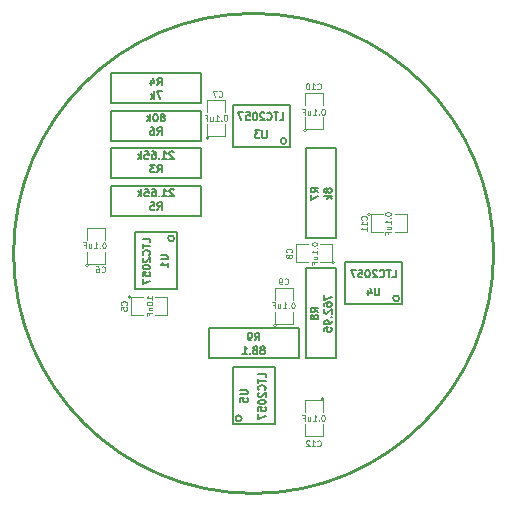
<source format=gbo>
G04 (created by PCBNEW (2013-07-07 BZR 4022)-stable) date 6/29/2014 1:08:28 PM*
%MOIN*%
G04 Gerber Fmt 3.4, Leading zero omitted, Abs format*
%FSLAX34Y34*%
G01*
G70*
G90*
G04 APERTURE LIST*
%ADD10C,0.00590551*%
%ADD11C,0.01*%
%ADD12C,0.0039*%
%ADD13C,0.0043*%
%ADD14C,0.004*%
%ADD15C,0.005*%
G04 APERTURE END LIST*
G54D10*
G54D11*
X89750Y-62000D02*
G75*
G03X89750Y-62000I-8000J0D01*
G74*
G01*
G54D12*
X76250Y-62400D02*
G75*
G03X76250Y-62400I-50J0D01*
G74*
G01*
X76200Y-61950D02*
X76200Y-62350D01*
X76200Y-62350D02*
X76800Y-62350D01*
X76800Y-62350D02*
X76800Y-61950D01*
X76800Y-61550D02*
X76800Y-61150D01*
X76800Y-61150D02*
X76200Y-61150D01*
X76200Y-61150D02*
X76200Y-61550D01*
X84100Y-66850D02*
G75*
G03X84100Y-66850I-50J0D01*
G74*
G01*
X84050Y-67300D02*
X84050Y-66900D01*
X84050Y-66900D02*
X83450Y-66900D01*
X83450Y-66900D02*
X83450Y-67300D01*
X83450Y-67700D02*
X83450Y-68100D01*
X83450Y-68100D02*
X84050Y-68100D01*
X84050Y-68100D02*
X84050Y-67700D01*
X85650Y-60700D02*
G75*
G03X85650Y-60700I-50J0D01*
G74*
G01*
X86050Y-60700D02*
X85650Y-60700D01*
X85650Y-60700D02*
X85650Y-61300D01*
X85650Y-61300D02*
X86050Y-61300D01*
X86450Y-61300D02*
X86850Y-61300D01*
X86850Y-61300D02*
X86850Y-60700D01*
X86850Y-60700D02*
X86450Y-60700D01*
X83500Y-57900D02*
G75*
G03X83500Y-57900I-50J0D01*
G74*
G01*
X83450Y-57450D02*
X83450Y-57850D01*
X83450Y-57850D02*
X84050Y-57850D01*
X84050Y-57850D02*
X84050Y-57450D01*
X84050Y-57050D02*
X84050Y-56650D01*
X84050Y-56650D02*
X83450Y-56650D01*
X83450Y-56650D02*
X83450Y-57050D01*
X82500Y-64400D02*
G75*
G03X82500Y-64400I-50J0D01*
G74*
G01*
X82450Y-63950D02*
X82450Y-64350D01*
X82450Y-64350D02*
X83050Y-64350D01*
X83050Y-64350D02*
X83050Y-63950D01*
X83050Y-63550D02*
X83050Y-63150D01*
X83050Y-63150D02*
X82450Y-63150D01*
X82450Y-63150D02*
X82450Y-63550D01*
X84450Y-62300D02*
G75*
G03X84450Y-62300I-50J0D01*
G74*
G01*
X83950Y-62300D02*
X84350Y-62300D01*
X84350Y-62300D02*
X84350Y-61700D01*
X84350Y-61700D02*
X83950Y-61700D01*
X83550Y-61700D02*
X83150Y-61700D01*
X83150Y-61700D02*
X83150Y-62300D01*
X83150Y-62300D02*
X83550Y-62300D01*
X80250Y-58150D02*
G75*
G03X80250Y-58150I-50J0D01*
G74*
G01*
X80200Y-57700D02*
X80200Y-58100D01*
X80200Y-58100D02*
X80800Y-58100D01*
X80800Y-58100D02*
X80800Y-57700D01*
X80800Y-57300D02*
X80800Y-56900D01*
X80800Y-56900D02*
X80200Y-56900D01*
X80200Y-56900D02*
X80200Y-57300D01*
X77650Y-63450D02*
G75*
G03X77650Y-63450I-50J0D01*
G74*
G01*
X78050Y-63450D02*
X77650Y-63450D01*
X77650Y-63450D02*
X77650Y-64050D01*
X77650Y-64050D02*
X78050Y-64050D01*
X78450Y-64050D02*
X78850Y-64050D01*
X78850Y-64050D02*
X78850Y-63450D01*
X78850Y-63450D02*
X78450Y-63450D01*
G54D10*
X83250Y-64500D02*
X80250Y-64500D01*
X80250Y-64500D02*
X80250Y-65500D01*
X80250Y-65500D02*
X83250Y-65500D01*
X83250Y-65500D02*
X83250Y-64500D01*
X83500Y-62500D02*
X83500Y-65500D01*
X83500Y-65500D02*
X84500Y-65500D01*
X84500Y-65500D02*
X84500Y-62500D01*
X84500Y-62500D02*
X83500Y-62500D01*
X83500Y-58500D02*
X83500Y-61500D01*
X83500Y-61500D02*
X84500Y-61500D01*
X84500Y-61500D02*
X84500Y-58500D01*
X84500Y-58500D02*
X83500Y-58500D01*
X77000Y-58250D02*
X80000Y-58250D01*
X80000Y-58250D02*
X80000Y-57250D01*
X80000Y-57250D02*
X77000Y-57250D01*
X77000Y-57250D02*
X77000Y-58250D01*
X77000Y-60750D02*
X80000Y-60750D01*
X80000Y-60750D02*
X80000Y-59750D01*
X80000Y-59750D02*
X77000Y-59750D01*
X77000Y-59750D02*
X77000Y-60750D01*
X80000Y-56000D02*
X77000Y-56000D01*
X77000Y-56000D02*
X77000Y-57000D01*
X77000Y-57000D02*
X80000Y-57000D01*
X80000Y-57000D02*
X80000Y-56000D01*
X77000Y-59500D02*
X80000Y-59500D01*
X80000Y-59500D02*
X80000Y-58500D01*
X80000Y-58500D02*
X77000Y-58500D01*
X77000Y-58500D02*
X77000Y-59500D01*
X81350Y-67500D02*
G75*
G03X81350Y-67500I-100J0D01*
G74*
G01*
X82450Y-65800D02*
X81050Y-65800D01*
X82450Y-67700D02*
X81050Y-67700D01*
X81050Y-67700D02*
X81050Y-65800D01*
X82450Y-67700D02*
X82450Y-65800D01*
X86600Y-63500D02*
G75*
G03X86600Y-63500I-100J0D01*
G74*
G01*
X84800Y-62300D02*
X84800Y-63700D01*
X86700Y-62300D02*
X86700Y-63700D01*
X86700Y-63700D02*
X84800Y-63700D01*
X86700Y-62300D02*
X84800Y-62300D01*
X82850Y-58250D02*
G75*
G03X82850Y-58250I-100J0D01*
G74*
G01*
X81050Y-57050D02*
X81050Y-58450D01*
X82950Y-57050D02*
X82950Y-58450D01*
X82950Y-58450D02*
X81050Y-58450D01*
X82950Y-57050D02*
X81050Y-57050D01*
X79100Y-61500D02*
G75*
G03X79100Y-61500I-100J0D01*
G74*
G01*
X77800Y-63200D02*
X79200Y-63200D01*
X77800Y-61300D02*
X79200Y-61300D01*
X79200Y-61300D02*
X79200Y-63200D01*
X77800Y-61300D02*
X77800Y-63200D01*
G54D13*
X76682Y-62610D02*
X76692Y-62620D01*
X76720Y-62629D01*
X76739Y-62629D01*
X76767Y-62620D01*
X76786Y-62601D01*
X76795Y-62582D01*
X76804Y-62545D01*
X76804Y-62517D01*
X76795Y-62479D01*
X76786Y-62460D01*
X76767Y-62442D01*
X76739Y-62432D01*
X76720Y-62432D01*
X76692Y-62442D01*
X76682Y-62451D01*
X76513Y-62432D02*
X76551Y-62432D01*
X76570Y-62442D01*
X76579Y-62451D01*
X76598Y-62479D01*
X76607Y-62517D01*
X76607Y-62592D01*
X76598Y-62610D01*
X76589Y-62620D01*
X76570Y-62629D01*
X76532Y-62629D01*
X76513Y-62620D01*
X76504Y-62610D01*
X76495Y-62592D01*
X76495Y-62545D01*
X76504Y-62526D01*
X76513Y-62517D01*
X76532Y-62507D01*
X76570Y-62507D01*
X76589Y-62517D01*
X76598Y-62526D01*
X76607Y-62545D01*
X76773Y-61632D02*
X76754Y-61632D01*
X76736Y-61642D01*
X76726Y-61651D01*
X76717Y-61670D01*
X76707Y-61707D01*
X76707Y-61754D01*
X76717Y-61792D01*
X76726Y-61810D01*
X76736Y-61820D01*
X76754Y-61829D01*
X76773Y-61829D01*
X76792Y-61820D01*
X76801Y-61810D01*
X76811Y-61792D01*
X76820Y-61754D01*
X76820Y-61707D01*
X76811Y-61670D01*
X76801Y-61651D01*
X76792Y-61642D01*
X76773Y-61632D01*
X76623Y-61810D02*
X76614Y-61820D01*
X76623Y-61829D01*
X76632Y-61820D01*
X76623Y-61810D01*
X76623Y-61829D01*
X76426Y-61829D02*
X76539Y-61829D01*
X76482Y-61829D02*
X76482Y-61632D01*
X76501Y-61660D01*
X76520Y-61679D01*
X76539Y-61689D01*
X76257Y-61698D02*
X76257Y-61829D01*
X76342Y-61698D02*
X76342Y-61801D01*
X76332Y-61820D01*
X76313Y-61829D01*
X76285Y-61829D01*
X76267Y-61820D01*
X76257Y-61810D01*
X76098Y-61726D02*
X76163Y-61726D01*
X76163Y-61829D02*
X76163Y-61632D01*
X76070Y-61632D01*
X83876Y-68410D02*
X83886Y-68420D01*
X83914Y-68429D01*
X83932Y-68429D01*
X83961Y-68420D01*
X83979Y-68401D01*
X83989Y-68382D01*
X83998Y-68345D01*
X83998Y-68317D01*
X83989Y-68279D01*
X83979Y-68260D01*
X83961Y-68242D01*
X83932Y-68232D01*
X83914Y-68232D01*
X83886Y-68242D01*
X83876Y-68251D01*
X83689Y-68429D02*
X83801Y-68429D01*
X83745Y-68429D02*
X83745Y-68232D01*
X83764Y-68260D01*
X83782Y-68279D01*
X83801Y-68289D01*
X83613Y-68251D02*
X83604Y-68242D01*
X83585Y-68232D01*
X83538Y-68232D01*
X83520Y-68242D01*
X83510Y-68251D01*
X83501Y-68270D01*
X83501Y-68289D01*
X83510Y-68317D01*
X83623Y-68429D01*
X83501Y-68429D01*
X84073Y-67382D02*
X84054Y-67382D01*
X84036Y-67392D01*
X84026Y-67401D01*
X84017Y-67420D01*
X84007Y-67457D01*
X84007Y-67504D01*
X84017Y-67542D01*
X84026Y-67560D01*
X84036Y-67570D01*
X84054Y-67579D01*
X84073Y-67579D01*
X84092Y-67570D01*
X84101Y-67560D01*
X84111Y-67542D01*
X84120Y-67504D01*
X84120Y-67457D01*
X84111Y-67420D01*
X84101Y-67401D01*
X84092Y-67392D01*
X84073Y-67382D01*
X83923Y-67560D02*
X83914Y-67570D01*
X83923Y-67579D01*
X83932Y-67570D01*
X83923Y-67560D01*
X83923Y-67579D01*
X83726Y-67579D02*
X83839Y-67579D01*
X83782Y-67579D02*
X83782Y-67382D01*
X83801Y-67410D01*
X83820Y-67429D01*
X83839Y-67439D01*
X83557Y-67448D02*
X83557Y-67579D01*
X83642Y-67448D02*
X83642Y-67551D01*
X83632Y-67570D01*
X83613Y-67579D01*
X83585Y-67579D01*
X83567Y-67570D01*
X83557Y-67560D01*
X83398Y-67476D02*
X83463Y-67476D01*
X83463Y-67579D02*
X83463Y-67382D01*
X83370Y-67382D01*
X85510Y-60873D02*
X85520Y-60863D01*
X85529Y-60835D01*
X85529Y-60817D01*
X85520Y-60788D01*
X85501Y-60770D01*
X85482Y-60760D01*
X85445Y-60751D01*
X85417Y-60751D01*
X85379Y-60760D01*
X85360Y-60770D01*
X85342Y-60788D01*
X85332Y-60817D01*
X85332Y-60835D01*
X85342Y-60863D01*
X85351Y-60873D01*
X85529Y-61060D02*
X85529Y-60948D01*
X85529Y-61004D02*
X85332Y-61004D01*
X85360Y-60985D01*
X85379Y-60967D01*
X85389Y-60948D01*
X85529Y-61248D02*
X85529Y-61136D01*
X85529Y-61192D02*
X85332Y-61192D01*
X85360Y-61173D01*
X85379Y-61154D01*
X85389Y-61136D01*
X86132Y-60676D02*
X86132Y-60695D01*
X86142Y-60713D01*
X86151Y-60723D01*
X86170Y-60732D01*
X86207Y-60742D01*
X86254Y-60742D01*
X86292Y-60732D01*
X86310Y-60723D01*
X86320Y-60713D01*
X86329Y-60695D01*
X86329Y-60676D01*
X86320Y-60657D01*
X86310Y-60648D01*
X86292Y-60638D01*
X86254Y-60629D01*
X86207Y-60629D01*
X86170Y-60638D01*
X86151Y-60648D01*
X86142Y-60657D01*
X86132Y-60676D01*
X86310Y-60826D02*
X86320Y-60835D01*
X86329Y-60826D01*
X86320Y-60817D01*
X86310Y-60826D01*
X86329Y-60826D01*
X86329Y-61023D02*
X86329Y-60910D01*
X86329Y-60967D02*
X86132Y-60967D01*
X86160Y-60948D01*
X86179Y-60929D01*
X86189Y-60910D01*
X86198Y-61192D02*
X86329Y-61192D01*
X86198Y-61107D02*
X86301Y-61107D01*
X86320Y-61117D01*
X86329Y-61136D01*
X86329Y-61164D01*
X86320Y-61182D01*
X86310Y-61192D01*
X86226Y-61351D02*
X86226Y-61286D01*
X86329Y-61286D02*
X86132Y-61286D01*
X86132Y-61379D01*
G54D14*
X83878Y-56511D02*
X83888Y-56521D01*
X83916Y-56530D01*
X83935Y-56530D01*
X83964Y-56521D01*
X83983Y-56502D01*
X83992Y-56483D01*
X84002Y-56445D01*
X84002Y-56416D01*
X83992Y-56378D01*
X83983Y-56359D01*
X83964Y-56340D01*
X83935Y-56330D01*
X83916Y-56330D01*
X83888Y-56340D01*
X83878Y-56350D01*
X83688Y-56530D02*
X83802Y-56530D01*
X83745Y-56530D02*
X83745Y-56330D01*
X83764Y-56359D01*
X83783Y-56378D01*
X83802Y-56388D01*
X83564Y-56330D02*
X83545Y-56330D01*
X83526Y-56340D01*
X83516Y-56350D01*
X83507Y-56369D01*
X83497Y-56407D01*
X83497Y-56454D01*
X83507Y-56492D01*
X83516Y-56511D01*
X83526Y-56521D01*
X83545Y-56530D01*
X83564Y-56530D01*
X83583Y-56521D01*
X83592Y-56511D01*
X83602Y-56492D01*
X83611Y-56454D01*
X83611Y-56407D01*
X83602Y-56369D01*
X83592Y-56350D01*
X83583Y-56340D01*
X83564Y-56330D01*
X84078Y-57180D02*
X84059Y-57180D01*
X84040Y-57190D01*
X84030Y-57200D01*
X84021Y-57219D01*
X84011Y-57257D01*
X84011Y-57304D01*
X84021Y-57342D01*
X84030Y-57361D01*
X84040Y-57371D01*
X84059Y-57380D01*
X84078Y-57380D01*
X84097Y-57371D01*
X84107Y-57361D01*
X84116Y-57342D01*
X84126Y-57304D01*
X84126Y-57257D01*
X84116Y-57219D01*
X84107Y-57200D01*
X84097Y-57190D01*
X84078Y-57180D01*
X83926Y-57361D02*
X83916Y-57371D01*
X83926Y-57380D01*
X83935Y-57371D01*
X83926Y-57361D01*
X83926Y-57380D01*
X83726Y-57380D02*
X83840Y-57380D01*
X83783Y-57380D02*
X83783Y-57180D01*
X83802Y-57209D01*
X83821Y-57228D01*
X83840Y-57238D01*
X83554Y-57247D02*
X83554Y-57380D01*
X83640Y-57247D02*
X83640Y-57352D01*
X83630Y-57371D01*
X83611Y-57380D01*
X83583Y-57380D01*
X83564Y-57371D01*
X83554Y-57361D01*
X83392Y-57276D02*
X83459Y-57276D01*
X83459Y-57380D02*
X83459Y-57180D01*
X83364Y-57180D01*
G54D13*
X82782Y-63010D02*
X82792Y-63020D01*
X82820Y-63029D01*
X82839Y-63029D01*
X82867Y-63020D01*
X82886Y-63001D01*
X82895Y-62982D01*
X82904Y-62945D01*
X82904Y-62917D01*
X82895Y-62879D01*
X82886Y-62860D01*
X82867Y-62842D01*
X82839Y-62832D01*
X82820Y-62832D01*
X82792Y-62842D01*
X82782Y-62851D01*
X82689Y-63029D02*
X82651Y-63029D01*
X82632Y-63020D01*
X82623Y-63010D01*
X82604Y-62982D01*
X82595Y-62945D01*
X82595Y-62870D01*
X82604Y-62851D01*
X82613Y-62842D01*
X82632Y-62832D01*
X82670Y-62832D01*
X82689Y-62842D01*
X82698Y-62851D01*
X82707Y-62870D01*
X82707Y-62917D01*
X82698Y-62935D01*
X82689Y-62945D01*
X82670Y-62954D01*
X82632Y-62954D01*
X82613Y-62945D01*
X82604Y-62935D01*
X82595Y-62917D01*
X83073Y-63632D02*
X83054Y-63632D01*
X83036Y-63642D01*
X83026Y-63651D01*
X83017Y-63670D01*
X83007Y-63707D01*
X83007Y-63754D01*
X83017Y-63792D01*
X83026Y-63810D01*
X83036Y-63820D01*
X83054Y-63829D01*
X83073Y-63829D01*
X83092Y-63820D01*
X83101Y-63810D01*
X83111Y-63792D01*
X83120Y-63754D01*
X83120Y-63707D01*
X83111Y-63670D01*
X83101Y-63651D01*
X83092Y-63642D01*
X83073Y-63632D01*
X82923Y-63810D02*
X82914Y-63820D01*
X82923Y-63829D01*
X82932Y-63820D01*
X82923Y-63810D01*
X82923Y-63829D01*
X82726Y-63829D02*
X82839Y-63829D01*
X82782Y-63829D02*
X82782Y-63632D01*
X82801Y-63660D01*
X82820Y-63679D01*
X82839Y-63689D01*
X82557Y-63698D02*
X82557Y-63829D01*
X82642Y-63698D02*
X82642Y-63801D01*
X82632Y-63820D01*
X82613Y-63829D01*
X82585Y-63829D01*
X82567Y-63820D01*
X82557Y-63810D01*
X82398Y-63726D02*
X82463Y-63726D01*
X82463Y-63829D02*
X82463Y-63632D01*
X82370Y-63632D01*
X83010Y-61967D02*
X83020Y-61957D01*
X83029Y-61929D01*
X83029Y-61910D01*
X83020Y-61882D01*
X83001Y-61863D01*
X82982Y-61854D01*
X82945Y-61845D01*
X82917Y-61845D01*
X82879Y-61854D01*
X82860Y-61863D01*
X82842Y-61882D01*
X82832Y-61910D01*
X82832Y-61929D01*
X82842Y-61957D01*
X82851Y-61967D01*
X82917Y-62079D02*
X82907Y-62060D01*
X82898Y-62051D01*
X82879Y-62042D01*
X82870Y-62042D01*
X82851Y-62051D01*
X82842Y-62060D01*
X82832Y-62079D01*
X82832Y-62117D01*
X82842Y-62136D01*
X82851Y-62145D01*
X82870Y-62154D01*
X82879Y-62154D01*
X82898Y-62145D01*
X82907Y-62136D01*
X82917Y-62117D01*
X82917Y-62079D01*
X82926Y-62060D01*
X82935Y-62051D01*
X82954Y-62042D01*
X82992Y-62042D01*
X83010Y-62051D01*
X83020Y-62060D01*
X83029Y-62079D01*
X83029Y-62117D01*
X83020Y-62136D01*
X83010Y-62145D01*
X82992Y-62154D01*
X82954Y-62154D01*
X82935Y-62145D01*
X82926Y-62136D01*
X82917Y-62117D01*
X83682Y-61676D02*
X83682Y-61695D01*
X83692Y-61713D01*
X83701Y-61723D01*
X83720Y-61732D01*
X83757Y-61742D01*
X83804Y-61742D01*
X83842Y-61732D01*
X83860Y-61723D01*
X83870Y-61713D01*
X83879Y-61695D01*
X83879Y-61676D01*
X83870Y-61657D01*
X83860Y-61648D01*
X83842Y-61638D01*
X83804Y-61629D01*
X83757Y-61629D01*
X83720Y-61638D01*
X83701Y-61648D01*
X83692Y-61657D01*
X83682Y-61676D01*
X83860Y-61826D02*
X83870Y-61835D01*
X83879Y-61826D01*
X83870Y-61817D01*
X83860Y-61826D01*
X83879Y-61826D01*
X83879Y-62023D02*
X83879Y-61910D01*
X83879Y-61967D02*
X83682Y-61967D01*
X83710Y-61948D01*
X83729Y-61929D01*
X83739Y-61910D01*
X83748Y-62192D02*
X83879Y-62192D01*
X83748Y-62107D02*
X83851Y-62107D01*
X83870Y-62117D01*
X83879Y-62136D01*
X83879Y-62164D01*
X83870Y-62182D01*
X83860Y-62192D01*
X83776Y-62351D02*
X83776Y-62286D01*
X83879Y-62286D02*
X83682Y-62286D01*
X83682Y-62379D01*
X80582Y-56760D02*
X80592Y-56770D01*
X80620Y-56779D01*
X80639Y-56779D01*
X80667Y-56770D01*
X80686Y-56751D01*
X80695Y-56732D01*
X80704Y-56695D01*
X80704Y-56667D01*
X80695Y-56629D01*
X80686Y-56610D01*
X80667Y-56592D01*
X80639Y-56582D01*
X80620Y-56582D01*
X80592Y-56592D01*
X80582Y-56601D01*
X80517Y-56582D02*
X80385Y-56582D01*
X80470Y-56779D01*
X80823Y-57382D02*
X80804Y-57382D01*
X80786Y-57392D01*
X80776Y-57401D01*
X80767Y-57420D01*
X80757Y-57457D01*
X80757Y-57504D01*
X80767Y-57542D01*
X80776Y-57560D01*
X80786Y-57570D01*
X80804Y-57579D01*
X80823Y-57579D01*
X80842Y-57570D01*
X80851Y-57560D01*
X80861Y-57542D01*
X80870Y-57504D01*
X80870Y-57457D01*
X80861Y-57420D01*
X80851Y-57401D01*
X80842Y-57392D01*
X80823Y-57382D01*
X80673Y-57560D02*
X80664Y-57570D01*
X80673Y-57579D01*
X80682Y-57570D01*
X80673Y-57560D01*
X80673Y-57579D01*
X80476Y-57579D02*
X80589Y-57579D01*
X80532Y-57579D02*
X80532Y-57382D01*
X80551Y-57410D01*
X80570Y-57429D01*
X80589Y-57439D01*
X80307Y-57448D02*
X80307Y-57579D01*
X80392Y-57448D02*
X80392Y-57551D01*
X80382Y-57570D01*
X80363Y-57579D01*
X80335Y-57579D01*
X80317Y-57570D01*
X80307Y-57560D01*
X80148Y-57476D02*
X80213Y-57476D01*
X80213Y-57579D02*
X80213Y-57382D01*
X80120Y-57382D01*
X77510Y-63717D02*
X77520Y-63707D01*
X77529Y-63679D01*
X77529Y-63660D01*
X77520Y-63632D01*
X77501Y-63613D01*
X77482Y-63604D01*
X77445Y-63595D01*
X77417Y-63595D01*
X77379Y-63604D01*
X77360Y-63613D01*
X77342Y-63632D01*
X77332Y-63660D01*
X77332Y-63679D01*
X77342Y-63707D01*
X77351Y-63717D01*
X77332Y-63895D02*
X77332Y-63801D01*
X77426Y-63792D01*
X77417Y-63801D01*
X77407Y-63820D01*
X77407Y-63867D01*
X77417Y-63886D01*
X77426Y-63895D01*
X77445Y-63904D01*
X77492Y-63904D01*
X77510Y-63895D01*
X77520Y-63886D01*
X77529Y-63867D01*
X77529Y-63820D01*
X77520Y-63801D01*
X77510Y-63792D01*
X78379Y-63538D02*
X78379Y-63426D01*
X78379Y-63482D02*
X78182Y-63482D01*
X78210Y-63463D01*
X78229Y-63445D01*
X78239Y-63426D01*
X78182Y-63660D02*
X78182Y-63679D01*
X78192Y-63698D01*
X78201Y-63707D01*
X78220Y-63717D01*
X78257Y-63726D01*
X78304Y-63726D01*
X78342Y-63717D01*
X78360Y-63707D01*
X78370Y-63698D01*
X78379Y-63679D01*
X78379Y-63660D01*
X78370Y-63642D01*
X78360Y-63632D01*
X78342Y-63623D01*
X78304Y-63613D01*
X78257Y-63613D01*
X78220Y-63623D01*
X78201Y-63632D01*
X78192Y-63642D01*
X78182Y-63660D01*
X78248Y-63810D02*
X78379Y-63810D01*
X78267Y-63810D02*
X78257Y-63820D01*
X78248Y-63839D01*
X78248Y-63867D01*
X78257Y-63886D01*
X78276Y-63895D01*
X78379Y-63895D01*
X78276Y-64054D02*
X78276Y-63989D01*
X78379Y-63989D02*
X78182Y-63989D01*
X78182Y-64083D01*
G54D15*
X81791Y-64901D02*
X81875Y-64782D01*
X81934Y-64901D02*
X81934Y-64651D01*
X81839Y-64651D01*
X81815Y-64663D01*
X81803Y-64675D01*
X81791Y-64698D01*
X81791Y-64734D01*
X81803Y-64758D01*
X81815Y-64770D01*
X81839Y-64782D01*
X81934Y-64782D01*
X81672Y-64901D02*
X81625Y-64901D01*
X81601Y-64889D01*
X81589Y-64877D01*
X81565Y-64841D01*
X81553Y-64794D01*
X81553Y-64698D01*
X81565Y-64675D01*
X81577Y-64663D01*
X81601Y-64651D01*
X81648Y-64651D01*
X81672Y-64663D01*
X81684Y-64675D01*
X81696Y-64698D01*
X81696Y-64758D01*
X81684Y-64782D01*
X81672Y-64794D01*
X81648Y-64805D01*
X81601Y-64805D01*
X81577Y-64794D01*
X81565Y-64782D01*
X81553Y-64758D01*
X82071Y-65208D02*
X82095Y-65196D01*
X82107Y-65184D01*
X82119Y-65160D01*
X82119Y-65148D01*
X82107Y-65125D01*
X82095Y-65113D01*
X82071Y-65101D01*
X82023Y-65101D01*
X82000Y-65113D01*
X81988Y-65125D01*
X81976Y-65148D01*
X81976Y-65160D01*
X81988Y-65184D01*
X82000Y-65196D01*
X82023Y-65208D01*
X82071Y-65208D01*
X82095Y-65220D01*
X82107Y-65232D01*
X82119Y-65255D01*
X82119Y-65303D01*
X82107Y-65327D01*
X82095Y-65339D01*
X82071Y-65351D01*
X82023Y-65351D01*
X82000Y-65339D01*
X81988Y-65327D01*
X81976Y-65303D01*
X81976Y-65255D01*
X81988Y-65232D01*
X82000Y-65220D01*
X82023Y-65208D01*
X81833Y-65208D02*
X81857Y-65196D01*
X81869Y-65184D01*
X81880Y-65160D01*
X81880Y-65148D01*
X81869Y-65125D01*
X81857Y-65113D01*
X81833Y-65101D01*
X81785Y-65101D01*
X81761Y-65113D01*
X81750Y-65125D01*
X81738Y-65148D01*
X81738Y-65160D01*
X81750Y-65184D01*
X81761Y-65196D01*
X81785Y-65208D01*
X81833Y-65208D01*
X81857Y-65220D01*
X81869Y-65232D01*
X81880Y-65255D01*
X81880Y-65303D01*
X81869Y-65327D01*
X81857Y-65339D01*
X81833Y-65351D01*
X81785Y-65351D01*
X81761Y-65339D01*
X81750Y-65327D01*
X81738Y-65303D01*
X81738Y-65255D01*
X81750Y-65232D01*
X81761Y-65220D01*
X81785Y-65208D01*
X81630Y-65327D02*
X81619Y-65339D01*
X81630Y-65351D01*
X81642Y-65339D01*
X81630Y-65327D01*
X81630Y-65351D01*
X81380Y-65351D02*
X81523Y-65351D01*
X81452Y-65351D02*
X81452Y-65101D01*
X81476Y-65136D01*
X81499Y-65160D01*
X81523Y-65172D01*
X83901Y-63958D02*
X83782Y-63875D01*
X83901Y-63815D02*
X83651Y-63815D01*
X83651Y-63910D01*
X83663Y-63934D01*
X83675Y-63946D01*
X83698Y-63958D01*
X83734Y-63958D01*
X83758Y-63946D01*
X83770Y-63934D01*
X83782Y-63910D01*
X83782Y-63815D01*
X83758Y-64101D02*
X83746Y-64077D01*
X83734Y-64065D01*
X83710Y-64053D01*
X83698Y-64053D01*
X83675Y-64065D01*
X83663Y-64077D01*
X83651Y-64101D01*
X83651Y-64148D01*
X83663Y-64172D01*
X83675Y-64184D01*
X83698Y-64196D01*
X83710Y-64196D01*
X83734Y-64184D01*
X83746Y-64172D01*
X83758Y-64148D01*
X83758Y-64101D01*
X83770Y-64077D01*
X83782Y-64065D01*
X83805Y-64053D01*
X83853Y-64053D01*
X83877Y-64065D01*
X83889Y-64077D01*
X83901Y-64101D01*
X83901Y-64148D01*
X83889Y-64172D01*
X83877Y-64184D01*
X83853Y-64196D01*
X83805Y-64196D01*
X83782Y-64184D01*
X83770Y-64172D01*
X83758Y-64148D01*
X84101Y-63380D02*
X84101Y-63547D01*
X84351Y-63440D01*
X84101Y-63750D02*
X84101Y-63702D01*
X84113Y-63678D01*
X84125Y-63666D01*
X84160Y-63642D01*
X84208Y-63630D01*
X84303Y-63630D01*
X84327Y-63642D01*
X84339Y-63654D01*
X84351Y-63678D01*
X84351Y-63726D01*
X84339Y-63750D01*
X84327Y-63761D01*
X84303Y-63773D01*
X84244Y-63773D01*
X84220Y-63761D01*
X84208Y-63750D01*
X84196Y-63726D01*
X84196Y-63678D01*
X84208Y-63654D01*
X84220Y-63642D01*
X84244Y-63630D01*
X84125Y-63869D02*
X84113Y-63880D01*
X84101Y-63904D01*
X84101Y-63964D01*
X84113Y-63988D01*
X84125Y-64000D01*
X84148Y-64011D01*
X84172Y-64011D01*
X84208Y-64000D01*
X84351Y-63857D01*
X84351Y-64011D01*
X84327Y-64119D02*
X84339Y-64130D01*
X84351Y-64119D01*
X84339Y-64107D01*
X84327Y-64119D01*
X84351Y-64119D01*
X84351Y-64250D02*
X84351Y-64297D01*
X84339Y-64321D01*
X84327Y-64333D01*
X84291Y-64357D01*
X84244Y-64369D01*
X84148Y-64369D01*
X84125Y-64357D01*
X84113Y-64345D01*
X84101Y-64321D01*
X84101Y-64273D01*
X84113Y-64250D01*
X84125Y-64238D01*
X84148Y-64226D01*
X84208Y-64226D01*
X84232Y-64238D01*
X84244Y-64250D01*
X84255Y-64273D01*
X84255Y-64321D01*
X84244Y-64345D01*
X84232Y-64357D01*
X84208Y-64369D01*
X84101Y-64595D02*
X84101Y-64476D01*
X84220Y-64464D01*
X84208Y-64476D01*
X84196Y-64500D01*
X84196Y-64559D01*
X84208Y-64583D01*
X84220Y-64595D01*
X84244Y-64607D01*
X84303Y-64607D01*
X84327Y-64595D01*
X84339Y-64583D01*
X84351Y-64559D01*
X84351Y-64500D01*
X84339Y-64476D01*
X84327Y-64464D01*
X83901Y-59958D02*
X83782Y-59875D01*
X83901Y-59815D02*
X83651Y-59815D01*
X83651Y-59910D01*
X83663Y-59934D01*
X83675Y-59946D01*
X83698Y-59958D01*
X83734Y-59958D01*
X83758Y-59946D01*
X83770Y-59934D01*
X83782Y-59910D01*
X83782Y-59815D01*
X83651Y-60041D02*
X83651Y-60208D01*
X83901Y-60101D01*
X84208Y-59875D02*
X84196Y-59851D01*
X84184Y-59839D01*
X84160Y-59827D01*
X84148Y-59827D01*
X84125Y-59839D01*
X84113Y-59851D01*
X84101Y-59875D01*
X84101Y-59922D01*
X84113Y-59946D01*
X84125Y-59958D01*
X84148Y-59970D01*
X84160Y-59970D01*
X84184Y-59958D01*
X84196Y-59946D01*
X84208Y-59922D01*
X84208Y-59875D01*
X84220Y-59851D01*
X84232Y-59839D01*
X84255Y-59827D01*
X84303Y-59827D01*
X84327Y-59839D01*
X84339Y-59851D01*
X84351Y-59875D01*
X84351Y-59922D01*
X84339Y-59946D01*
X84327Y-59958D01*
X84303Y-59970D01*
X84255Y-59970D01*
X84232Y-59958D01*
X84220Y-59946D01*
X84208Y-59922D01*
X84351Y-60077D02*
X84101Y-60077D01*
X84255Y-60101D02*
X84351Y-60172D01*
X84184Y-60172D02*
X84279Y-60077D01*
X78541Y-58051D02*
X78625Y-57932D01*
X78684Y-58051D02*
X78684Y-57801D01*
X78589Y-57801D01*
X78565Y-57813D01*
X78553Y-57825D01*
X78541Y-57848D01*
X78541Y-57884D01*
X78553Y-57908D01*
X78565Y-57920D01*
X78589Y-57932D01*
X78684Y-57932D01*
X78327Y-57801D02*
X78375Y-57801D01*
X78398Y-57813D01*
X78410Y-57825D01*
X78434Y-57860D01*
X78446Y-57908D01*
X78446Y-58003D01*
X78434Y-58027D01*
X78422Y-58039D01*
X78398Y-58051D01*
X78351Y-58051D01*
X78327Y-58039D01*
X78315Y-58027D01*
X78303Y-58003D01*
X78303Y-57944D01*
X78315Y-57920D01*
X78327Y-57908D01*
X78351Y-57896D01*
X78398Y-57896D01*
X78422Y-57908D01*
X78434Y-57920D01*
X78446Y-57944D01*
X78744Y-57458D02*
X78767Y-57446D01*
X78779Y-57434D01*
X78791Y-57410D01*
X78791Y-57398D01*
X78779Y-57375D01*
X78767Y-57363D01*
X78744Y-57351D01*
X78696Y-57351D01*
X78672Y-57363D01*
X78660Y-57375D01*
X78648Y-57398D01*
X78648Y-57410D01*
X78660Y-57434D01*
X78672Y-57446D01*
X78696Y-57458D01*
X78744Y-57458D01*
X78767Y-57470D01*
X78779Y-57482D01*
X78791Y-57505D01*
X78791Y-57553D01*
X78779Y-57577D01*
X78767Y-57589D01*
X78744Y-57601D01*
X78696Y-57601D01*
X78672Y-57589D01*
X78660Y-57577D01*
X78648Y-57553D01*
X78648Y-57505D01*
X78660Y-57482D01*
X78672Y-57470D01*
X78696Y-57458D01*
X78494Y-57351D02*
X78470Y-57351D01*
X78446Y-57363D01*
X78434Y-57375D01*
X78422Y-57398D01*
X78410Y-57446D01*
X78410Y-57505D01*
X78422Y-57553D01*
X78434Y-57577D01*
X78446Y-57589D01*
X78470Y-57601D01*
X78494Y-57601D01*
X78517Y-57589D01*
X78529Y-57577D01*
X78541Y-57553D01*
X78553Y-57505D01*
X78553Y-57446D01*
X78541Y-57398D01*
X78529Y-57375D01*
X78517Y-57363D01*
X78494Y-57351D01*
X78303Y-57601D02*
X78303Y-57351D01*
X78279Y-57505D02*
X78208Y-57601D01*
X78208Y-57434D02*
X78303Y-57529D01*
X78541Y-60551D02*
X78625Y-60432D01*
X78684Y-60551D02*
X78684Y-60301D01*
X78589Y-60301D01*
X78565Y-60313D01*
X78553Y-60325D01*
X78541Y-60348D01*
X78541Y-60384D01*
X78553Y-60408D01*
X78565Y-60420D01*
X78589Y-60432D01*
X78684Y-60432D01*
X78315Y-60301D02*
X78434Y-60301D01*
X78446Y-60420D01*
X78434Y-60408D01*
X78410Y-60396D01*
X78351Y-60396D01*
X78327Y-60408D01*
X78315Y-60420D01*
X78303Y-60444D01*
X78303Y-60503D01*
X78315Y-60527D01*
X78327Y-60539D01*
X78351Y-60551D01*
X78410Y-60551D01*
X78434Y-60539D01*
X78446Y-60527D01*
X79089Y-59875D02*
X79077Y-59863D01*
X79053Y-59851D01*
X78994Y-59851D01*
X78970Y-59863D01*
X78958Y-59875D01*
X78946Y-59898D01*
X78946Y-59922D01*
X78958Y-59958D01*
X79101Y-60101D01*
X78946Y-60101D01*
X78708Y-60101D02*
X78851Y-60101D01*
X78779Y-60101D02*
X78779Y-59851D01*
X78803Y-59886D01*
X78827Y-59910D01*
X78851Y-59922D01*
X78601Y-60077D02*
X78589Y-60089D01*
X78601Y-60101D01*
X78613Y-60089D01*
X78601Y-60077D01*
X78601Y-60101D01*
X78375Y-59851D02*
X78422Y-59851D01*
X78446Y-59863D01*
X78458Y-59875D01*
X78482Y-59910D01*
X78494Y-59958D01*
X78494Y-60053D01*
X78482Y-60077D01*
X78470Y-60089D01*
X78446Y-60101D01*
X78398Y-60101D01*
X78375Y-60089D01*
X78363Y-60077D01*
X78351Y-60053D01*
X78351Y-59994D01*
X78363Y-59970D01*
X78375Y-59958D01*
X78398Y-59946D01*
X78446Y-59946D01*
X78470Y-59958D01*
X78482Y-59970D01*
X78494Y-59994D01*
X78125Y-59851D02*
X78244Y-59851D01*
X78255Y-59970D01*
X78244Y-59958D01*
X78220Y-59946D01*
X78160Y-59946D01*
X78136Y-59958D01*
X78125Y-59970D01*
X78113Y-59994D01*
X78113Y-60053D01*
X78125Y-60077D01*
X78136Y-60089D01*
X78160Y-60101D01*
X78220Y-60101D01*
X78244Y-60089D01*
X78255Y-60077D01*
X78005Y-60101D02*
X78005Y-59851D01*
X77982Y-60005D02*
X77910Y-60101D01*
X77910Y-59934D02*
X78005Y-60029D01*
X78541Y-56401D02*
X78625Y-56282D01*
X78684Y-56401D02*
X78684Y-56151D01*
X78589Y-56151D01*
X78565Y-56163D01*
X78553Y-56175D01*
X78541Y-56198D01*
X78541Y-56234D01*
X78553Y-56258D01*
X78565Y-56270D01*
X78589Y-56282D01*
X78684Y-56282D01*
X78327Y-56234D02*
X78327Y-56401D01*
X78386Y-56139D02*
X78446Y-56317D01*
X78291Y-56317D01*
X78684Y-56601D02*
X78517Y-56601D01*
X78625Y-56851D01*
X78422Y-56851D02*
X78422Y-56601D01*
X78398Y-56755D02*
X78327Y-56851D01*
X78327Y-56684D02*
X78422Y-56779D01*
X78541Y-59301D02*
X78625Y-59182D01*
X78684Y-59301D02*
X78684Y-59051D01*
X78589Y-59051D01*
X78565Y-59063D01*
X78553Y-59075D01*
X78541Y-59098D01*
X78541Y-59134D01*
X78553Y-59158D01*
X78565Y-59170D01*
X78589Y-59182D01*
X78684Y-59182D01*
X78458Y-59051D02*
X78303Y-59051D01*
X78386Y-59146D01*
X78351Y-59146D01*
X78327Y-59158D01*
X78315Y-59170D01*
X78303Y-59194D01*
X78303Y-59253D01*
X78315Y-59277D01*
X78327Y-59289D01*
X78351Y-59301D01*
X78422Y-59301D01*
X78446Y-59289D01*
X78458Y-59277D01*
X79089Y-58625D02*
X79077Y-58613D01*
X79053Y-58601D01*
X78994Y-58601D01*
X78970Y-58613D01*
X78958Y-58625D01*
X78946Y-58648D01*
X78946Y-58672D01*
X78958Y-58708D01*
X79101Y-58851D01*
X78946Y-58851D01*
X78708Y-58851D02*
X78851Y-58851D01*
X78779Y-58851D02*
X78779Y-58601D01*
X78803Y-58636D01*
X78827Y-58660D01*
X78851Y-58672D01*
X78601Y-58827D02*
X78589Y-58839D01*
X78601Y-58851D01*
X78613Y-58839D01*
X78601Y-58827D01*
X78601Y-58851D01*
X78375Y-58601D02*
X78422Y-58601D01*
X78446Y-58613D01*
X78458Y-58625D01*
X78482Y-58660D01*
X78494Y-58708D01*
X78494Y-58803D01*
X78482Y-58827D01*
X78470Y-58839D01*
X78446Y-58851D01*
X78398Y-58851D01*
X78375Y-58839D01*
X78363Y-58827D01*
X78351Y-58803D01*
X78351Y-58744D01*
X78363Y-58720D01*
X78375Y-58708D01*
X78398Y-58696D01*
X78446Y-58696D01*
X78470Y-58708D01*
X78482Y-58720D01*
X78494Y-58744D01*
X78125Y-58601D02*
X78244Y-58601D01*
X78255Y-58720D01*
X78244Y-58708D01*
X78220Y-58696D01*
X78160Y-58696D01*
X78136Y-58708D01*
X78125Y-58720D01*
X78113Y-58744D01*
X78113Y-58803D01*
X78125Y-58827D01*
X78136Y-58839D01*
X78160Y-58851D01*
X78220Y-58851D01*
X78244Y-58839D01*
X78255Y-58827D01*
X78005Y-58851D02*
X78005Y-58601D01*
X77982Y-58755D02*
X77910Y-58851D01*
X77910Y-58684D02*
X78005Y-58779D01*
X81301Y-66559D02*
X81503Y-66559D01*
X81527Y-66571D01*
X81539Y-66583D01*
X81551Y-66607D01*
X81551Y-66654D01*
X81539Y-66678D01*
X81527Y-66690D01*
X81503Y-66702D01*
X81301Y-66702D01*
X81301Y-66940D02*
X81301Y-66821D01*
X81420Y-66809D01*
X81408Y-66821D01*
X81396Y-66845D01*
X81396Y-66904D01*
X81408Y-66928D01*
X81420Y-66940D01*
X81444Y-66952D01*
X81503Y-66952D01*
X81527Y-66940D01*
X81539Y-66928D01*
X81551Y-66904D01*
X81551Y-66845D01*
X81539Y-66821D01*
X81527Y-66809D01*
X82151Y-66130D02*
X82151Y-66011D01*
X81901Y-66011D01*
X81901Y-66178D02*
X81901Y-66321D01*
X82151Y-66250D02*
X81901Y-66250D01*
X82127Y-66547D02*
X82139Y-66535D01*
X82151Y-66500D01*
X82151Y-66476D01*
X82139Y-66440D01*
X82115Y-66416D01*
X82091Y-66404D01*
X82044Y-66392D01*
X82008Y-66392D01*
X81960Y-66404D01*
X81936Y-66416D01*
X81913Y-66440D01*
X81901Y-66476D01*
X81901Y-66500D01*
X81913Y-66535D01*
X81925Y-66547D01*
X81925Y-66642D02*
X81913Y-66654D01*
X81901Y-66678D01*
X81901Y-66738D01*
X81913Y-66761D01*
X81925Y-66773D01*
X81948Y-66785D01*
X81972Y-66785D01*
X82008Y-66773D01*
X82151Y-66630D01*
X82151Y-66785D01*
X81901Y-66940D02*
X81901Y-66964D01*
X81913Y-66988D01*
X81925Y-67000D01*
X81948Y-67011D01*
X81996Y-67023D01*
X82055Y-67023D01*
X82103Y-67011D01*
X82127Y-67000D01*
X82139Y-66988D01*
X82151Y-66964D01*
X82151Y-66940D01*
X82139Y-66916D01*
X82127Y-66904D01*
X82103Y-66892D01*
X82055Y-66880D01*
X81996Y-66880D01*
X81948Y-66892D01*
X81925Y-66904D01*
X81913Y-66916D01*
X81901Y-66940D01*
X81901Y-67250D02*
X81901Y-67130D01*
X82020Y-67119D01*
X82008Y-67130D01*
X81996Y-67154D01*
X81996Y-67214D01*
X82008Y-67238D01*
X82020Y-67250D01*
X82044Y-67261D01*
X82103Y-67261D01*
X82127Y-67250D01*
X82139Y-67238D01*
X82151Y-67214D01*
X82151Y-67154D01*
X82139Y-67130D01*
X82127Y-67119D01*
X81901Y-67345D02*
X81901Y-67511D01*
X82151Y-67404D01*
X85940Y-63151D02*
X85940Y-63353D01*
X85928Y-63377D01*
X85916Y-63389D01*
X85892Y-63401D01*
X85845Y-63401D01*
X85821Y-63389D01*
X85809Y-63377D01*
X85797Y-63353D01*
X85797Y-63151D01*
X85571Y-63234D02*
X85571Y-63401D01*
X85630Y-63139D02*
X85690Y-63317D01*
X85535Y-63317D01*
X86369Y-62801D02*
X86488Y-62801D01*
X86488Y-62551D01*
X86321Y-62551D02*
X86178Y-62551D01*
X86250Y-62801D02*
X86250Y-62551D01*
X85952Y-62777D02*
X85964Y-62789D01*
X86000Y-62801D01*
X86023Y-62801D01*
X86059Y-62789D01*
X86083Y-62765D01*
X86095Y-62741D01*
X86107Y-62694D01*
X86107Y-62658D01*
X86095Y-62610D01*
X86083Y-62586D01*
X86059Y-62563D01*
X86023Y-62551D01*
X86000Y-62551D01*
X85964Y-62563D01*
X85952Y-62575D01*
X85857Y-62575D02*
X85845Y-62563D01*
X85821Y-62551D01*
X85761Y-62551D01*
X85738Y-62563D01*
X85726Y-62575D01*
X85714Y-62598D01*
X85714Y-62622D01*
X85726Y-62658D01*
X85869Y-62801D01*
X85714Y-62801D01*
X85559Y-62551D02*
X85535Y-62551D01*
X85511Y-62563D01*
X85500Y-62575D01*
X85488Y-62598D01*
X85476Y-62646D01*
X85476Y-62705D01*
X85488Y-62753D01*
X85500Y-62777D01*
X85511Y-62789D01*
X85535Y-62801D01*
X85559Y-62801D01*
X85583Y-62789D01*
X85595Y-62777D01*
X85607Y-62753D01*
X85619Y-62705D01*
X85619Y-62646D01*
X85607Y-62598D01*
X85595Y-62575D01*
X85583Y-62563D01*
X85559Y-62551D01*
X85250Y-62551D02*
X85369Y-62551D01*
X85380Y-62670D01*
X85369Y-62658D01*
X85345Y-62646D01*
X85285Y-62646D01*
X85261Y-62658D01*
X85250Y-62670D01*
X85238Y-62694D01*
X85238Y-62753D01*
X85250Y-62777D01*
X85261Y-62789D01*
X85285Y-62801D01*
X85345Y-62801D01*
X85369Y-62789D01*
X85380Y-62777D01*
X85154Y-62551D02*
X84988Y-62551D01*
X85095Y-62801D01*
X82190Y-57901D02*
X82190Y-58103D01*
X82178Y-58127D01*
X82166Y-58139D01*
X82142Y-58151D01*
X82095Y-58151D01*
X82071Y-58139D01*
X82059Y-58127D01*
X82047Y-58103D01*
X82047Y-57901D01*
X81952Y-57901D02*
X81797Y-57901D01*
X81880Y-57996D01*
X81845Y-57996D01*
X81821Y-58008D01*
X81809Y-58020D01*
X81797Y-58044D01*
X81797Y-58103D01*
X81809Y-58127D01*
X81821Y-58139D01*
X81845Y-58151D01*
X81916Y-58151D01*
X81940Y-58139D01*
X81952Y-58127D01*
X82619Y-57551D02*
X82738Y-57551D01*
X82738Y-57301D01*
X82571Y-57301D02*
X82428Y-57301D01*
X82500Y-57551D02*
X82500Y-57301D01*
X82202Y-57527D02*
X82214Y-57539D01*
X82250Y-57551D01*
X82273Y-57551D01*
X82309Y-57539D01*
X82333Y-57515D01*
X82345Y-57491D01*
X82357Y-57444D01*
X82357Y-57408D01*
X82345Y-57360D01*
X82333Y-57336D01*
X82309Y-57313D01*
X82273Y-57301D01*
X82250Y-57301D01*
X82214Y-57313D01*
X82202Y-57325D01*
X82107Y-57325D02*
X82095Y-57313D01*
X82071Y-57301D01*
X82011Y-57301D01*
X81988Y-57313D01*
X81976Y-57325D01*
X81964Y-57348D01*
X81964Y-57372D01*
X81976Y-57408D01*
X82119Y-57551D01*
X81964Y-57551D01*
X81809Y-57301D02*
X81785Y-57301D01*
X81761Y-57313D01*
X81750Y-57325D01*
X81738Y-57348D01*
X81726Y-57396D01*
X81726Y-57455D01*
X81738Y-57503D01*
X81750Y-57527D01*
X81761Y-57539D01*
X81785Y-57551D01*
X81809Y-57551D01*
X81833Y-57539D01*
X81845Y-57527D01*
X81857Y-57503D01*
X81869Y-57455D01*
X81869Y-57396D01*
X81857Y-57348D01*
X81845Y-57325D01*
X81833Y-57313D01*
X81809Y-57301D01*
X81500Y-57301D02*
X81619Y-57301D01*
X81630Y-57420D01*
X81619Y-57408D01*
X81595Y-57396D01*
X81535Y-57396D01*
X81511Y-57408D01*
X81500Y-57420D01*
X81488Y-57444D01*
X81488Y-57503D01*
X81500Y-57527D01*
X81511Y-57539D01*
X81535Y-57551D01*
X81595Y-57551D01*
X81619Y-57539D01*
X81630Y-57527D01*
X81404Y-57301D02*
X81238Y-57301D01*
X81345Y-57551D01*
X78651Y-62059D02*
X78853Y-62059D01*
X78877Y-62071D01*
X78889Y-62083D01*
X78901Y-62107D01*
X78901Y-62154D01*
X78889Y-62178D01*
X78877Y-62190D01*
X78853Y-62202D01*
X78651Y-62202D01*
X78901Y-62452D02*
X78901Y-62309D01*
X78901Y-62380D02*
X78651Y-62380D01*
X78686Y-62357D01*
X78710Y-62333D01*
X78722Y-62309D01*
X78301Y-61630D02*
X78301Y-61511D01*
X78051Y-61511D01*
X78051Y-61678D02*
X78051Y-61821D01*
X78301Y-61750D02*
X78051Y-61750D01*
X78277Y-62047D02*
X78289Y-62035D01*
X78301Y-62000D01*
X78301Y-61976D01*
X78289Y-61940D01*
X78265Y-61916D01*
X78241Y-61904D01*
X78194Y-61892D01*
X78158Y-61892D01*
X78110Y-61904D01*
X78086Y-61916D01*
X78063Y-61940D01*
X78051Y-61976D01*
X78051Y-62000D01*
X78063Y-62035D01*
X78075Y-62047D01*
X78075Y-62142D02*
X78063Y-62154D01*
X78051Y-62178D01*
X78051Y-62238D01*
X78063Y-62261D01*
X78075Y-62273D01*
X78098Y-62285D01*
X78122Y-62285D01*
X78158Y-62273D01*
X78301Y-62130D01*
X78301Y-62285D01*
X78051Y-62440D02*
X78051Y-62464D01*
X78063Y-62488D01*
X78075Y-62500D01*
X78098Y-62511D01*
X78146Y-62523D01*
X78205Y-62523D01*
X78253Y-62511D01*
X78277Y-62500D01*
X78289Y-62488D01*
X78301Y-62464D01*
X78301Y-62440D01*
X78289Y-62416D01*
X78277Y-62404D01*
X78253Y-62392D01*
X78205Y-62380D01*
X78146Y-62380D01*
X78098Y-62392D01*
X78075Y-62404D01*
X78063Y-62416D01*
X78051Y-62440D01*
X78051Y-62750D02*
X78051Y-62630D01*
X78170Y-62619D01*
X78158Y-62630D01*
X78146Y-62654D01*
X78146Y-62714D01*
X78158Y-62738D01*
X78170Y-62750D01*
X78194Y-62761D01*
X78253Y-62761D01*
X78277Y-62750D01*
X78289Y-62738D01*
X78301Y-62714D01*
X78301Y-62654D01*
X78289Y-62630D01*
X78277Y-62619D01*
X78051Y-62845D02*
X78051Y-63011D01*
X78301Y-62904D01*
M02*

</source>
